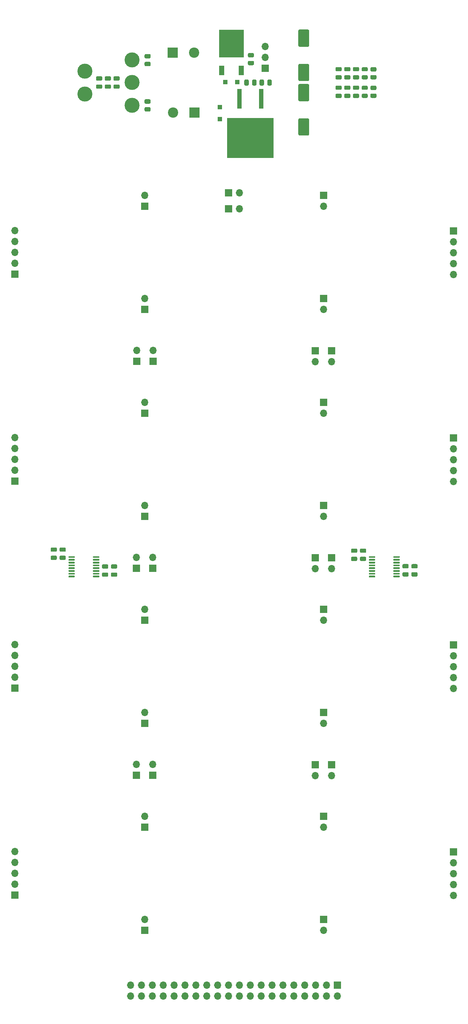
<source format=gbr>
%TF.GenerationSoftware,KiCad,Pcbnew,5.1.12-84ad8e8a86~92~ubuntu20.04.1*%
%TF.CreationDate,2022-02-17T19:09:10-05:00*%
%TF.ProjectId,emg-filter,656d672d-6669-46c7-9465-722e6b696361,rev?*%
%TF.SameCoordinates,Original*%
%TF.FileFunction,Soldermask,Top*%
%TF.FilePolarity,Negative*%
%FSLAX46Y46*%
G04 Gerber Fmt 4.6, Leading zero omitted, Abs format (unit mm)*
G04 Created by KiCad (PCBNEW 5.1.12-84ad8e8a86~92~ubuntu20.04.1) date 2022-02-17 19:09:10*
%MOMM*%
%LPD*%
G01*
G04 APERTURE LIST*
%ADD10R,1.700000X1.700000*%
%ADD11O,1.700000X1.700000*%
%ADD12R,10.800000X9.400000*%
%ADD13R,1.100000X4.600000*%
%ADD14R,5.800000X6.400000*%
%ADD15R,1.200000X2.200000*%
%ADD16C,3.500000*%
%ADD17R,1.100000X1.100000*%
%ADD18R,2.400000X2.400000*%
%ADD19C,2.400000*%
G04 APERTURE END LIST*
D10*
%TO.C,J15*%
X131624000Y-39342000D03*
D11*
X131624000Y-41882000D03*
%TD*%
D10*
%TO.C,J13*%
X131624000Y-15292000D03*
D11*
X131624000Y-17832000D03*
%TD*%
%TO.C,U4*%
G36*
G01*
X142196000Y-99679000D02*
X142196000Y-99479000D01*
G75*
G02*
X142296000Y-99379000I100000J0D01*
G01*
X143571000Y-99379000D01*
G75*
G02*
X143671000Y-99479000I0J-100000D01*
G01*
X143671000Y-99679000D01*
G75*
G02*
X143571000Y-99779000I-100000J0D01*
G01*
X142296000Y-99779000D01*
G75*
G02*
X142196000Y-99679000I0J100000D01*
G01*
G37*
G36*
G01*
X142196000Y-100329000D02*
X142196000Y-100129000D01*
G75*
G02*
X142296000Y-100029000I100000J0D01*
G01*
X143571000Y-100029000D01*
G75*
G02*
X143671000Y-100129000I0J-100000D01*
G01*
X143671000Y-100329000D01*
G75*
G02*
X143571000Y-100429000I-100000J0D01*
G01*
X142296000Y-100429000D01*
G75*
G02*
X142196000Y-100329000I0J100000D01*
G01*
G37*
G36*
G01*
X142196000Y-100979000D02*
X142196000Y-100779000D01*
G75*
G02*
X142296000Y-100679000I100000J0D01*
G01*
X143571000Y-100679000D01*
G75*
G02*
X143671000Y-100779000I0J-100000D01*
G01*
X143671000Y-100979000D01*
G75*
G02*
X143571000Y-101079000I-100000J0D01*
G01*
X142296000Y-101079000D01*
G75*
G02*
X142196000Y-100979000I0J100000D01*
G01*
G37*
G36*
G01*
X142196000Y-101629000D02*
X142196000Y-101429000D01*
G75*
G02*
X142296000Y-101329000I100000J0D01*
G01*
X143571000Y-101329000D01*
G75*
G02*
X143671000Y-101429000I0J-100000D01*
G01*
X143671000Y-101629000D01*
G75*
G02*
X143571000Y-101729000I-100000J0D01*
G01*
X142296000Y-101729000D01*
G75*
G02*
X142196000Y-101629000I0J100000D01*
G01*
G37*
G36*
G01*
X142196000Y-102279000D02*
X142196000Y-102079000D01*
G75*
G02*
X142296000Y-101979000I100000J0D01*
G01*
X143571000Y-101979000D01*
G75*
G02*
X143671000Y-102079000I0J-100000D01*
G01*
X143671000Y-102279000D01*
G75*
G02*
X143571000Y-102379000I-100000J0D01*
G01*
X142296000Y-102379000D01*
G75*
G02*
X142196000Y-102279000I0J100000D01*
G01*
G37*
G36*
G01*
X142196000Y-102929000D02*
X142196000Y-102729000D01*
G75*
G02*
X142296000Y-102629000I100000J0D01*
G01*
X143571000Y-102629000D01*
G75*
G02*
X143671000Y-102729000I0J-100000D01*
G01*
X143671000Y-102929000D01*
G75*
G02*
X143571000Y-103029000I-100000J0D01*
G01*
X142296000Y-103029000D01*
G75*
G02*
X142196000Y-102929000I0J100000D01*
G01*
G37*
G36*
G01*
X142196000Y-103579000D02*
X142196000Y-103379000D01*
G75*
G02*
X142296000Y-103279000I100000J0D01*
G01*
X143571000Y-103279000D01*
G75*
G02*
X143671000Y-103379000I0J-100000D01*
G01*
X143671000Y-103579000D01*
G75*
G02*
X143571000Y-103679000I-100000J0D01*
G01*
X142296000Y-103679000D01*
G75*
G02*
X142196000Y-103579000I0J100000D01*
G01*
G37*
G36*
G01*
X142196000Y-104229000D02*
X142196000Y-104029000D01*
G75*
G02*
X142296000Y-103929000I100000J0D01*
G01*
X143571000Y-103929000D01*
G75*
G02*
X143671000Y-104029000I0J-100000D01*
G01*
X143671000Y-104229000D01*
G75*
G02*
X143571000Y-104329000I-100000J0D01*
G01*
X142296000Y-104329000D01*
G75*
G02*
X142196000Y-104229000I0J100000D01*
G01*
G37*
G36*
G01*
X147921000Y-104229000D02*
X147921000Y-104029000D01*
G75*
G02*
X148021000Y-103929000I100000J0D01*
G01*
X149296000Y-103929000D01*
G75*
G02*
X149396000Y-104029000I0J-100000D01*
G01*
X149396000Y-104229000D01*
G75*
G02*
X149296000Y-104329000I-100000J0D01*
G01*
X148021000Y-104329000D01*
G75*
G02*
X147921000Y-104229000I0J100000D01*
G01*
G37*
G36*
G01*
X147921000Y-103579000D02*
X147921000Y-103379000D01*
G75*
G02*
X148021000Y-103279000I100000J0D01*
G01*
X149296000Y-103279000D01*
G75*
G02*
X149396000Y-103379000I0J-100000D01*
G01*
X149396000Y-103579000D01*
G75*
G02*
X149296000Y-103679000I-100000J0D01*
G01*
X148021000Y-103679000D01*
G75*
G02*
X147921000Y-103579000I0J100000D01*
G01*
G37*
G36*
G01*
X147921000Y-102929000D02*
X147921000Y-102729000D01*
G75*
G02*
X148021000Y-102629000I100000J0D01*
G01*
X149296000Y-102629000D01*
G75*
G02*
X149396000Y-102729000I0J-100000D01*
G01*
X149396000Y-102929000D01*
G75*
G02*
X149296000Y-103029000I-100000J0D01*
G01*
X148021000Y-103029000D01*
G75*
G02*
X147921000Y-102929000I0J100000D01*
G01*
G37*
G36*
G01*
X147921000Y-102279000D02*
X147921000Y-102079000D01*
G75*
G02*
X148021000Y-101979000I100000J0D01*
G01*
X149296000Y-101979000D01*
G75*
G02*
X149396000Y-102079000I0J-100000D01*
G01*
X149396000Y-102279000D01*
G75*
G02*
X149296000Y-102379000I-100000J0D01*
G01*
X148021000Y-102379000D01*
G75*
G02*
X147921000Y-102279000I0J100000D01*
G01*
G37*
G36*
G01*
X147921000Y-101629000D02*
X147921000Y-101429000D01*
G75*
G02*
X148021000Y-101329000I100000J0D01*
G01*
X149296000Y-101329000D01*
G75*
G02*
X149396000Y-101429000I0J-100000D01*
G01*
X149396000Y-101629000D01*
G75*
G02*
X149296000Y-101729000I-100000J0D01*
G01*
X148021000Y-101729000D01*
G75*
G02*
X147921000Y-101629000I0J100000D01*
G01*
G37*
G36*
G01*
X147921000Y-100979000D02*
X147921000Y-100779000D01*
G75*
G02*
X148021000Y-100679000I100000J0D01*
G01*
X149296000Y-100679000D01*
G75*
G02*
X149396000Y-100779000I0J-100000D01*
G01*
X149396000Y-100979000D01*
G75*
G02*
X149296000Y-101079000I-100000J0D01*
G01*
X148021000Y-101079000D01*
G75*
G02*
X147921000Y-100979000I0J100000D01*
G01*
G37*
G36*
G01*
X147921000Y-100329000D02*
X147921000Y-100129000D01*
G75*
G02*
X148021000Y-100029000I100000J0D01*
G01*
X149296000Y-100029000D01*
G75*
G02*
X149396000Y-100129000I0J-100000D01*
G01*
X149396000Y-100329000D01*
G75*
G02*
X149296000Y-100429000I-100000J0D01*
G01*
X148021000Y-100429000D01*
G75*
G02*
X147921000Y-100329000I0J100000D01*
G01*
G37*
G36*
G01*
X147921000Y-99679000D02*
X147921000Y-99479000D01*
G75*
G02*
X148021000Y-99379000I100000J0D01*
G01*
X149296000Y-99379000D01*
G75*
G02*
X149396000Y-99479000I0J-100000D01*
G01*
X149396000Y-99679000D01*
G75*
G02*
X149296000Y-99779000I-100000J0D01*
G01*
X148021000Y-99779000D01*
G75*
G02*
X147921000Y-99679000I0J100000D01*
G01*
G37*
%TD*%
%TO.C,U3*%
G36*
G01*
X72084000Y-99683000D02*
X72084000Y-99483000D01*
G75*
G02*
X72184000Y-99383000I100000J0D01*
G01*
X73459000Y-99383000D01*
G75*
G02*
X73559000Y-99483000I0J-100000D01*
G01*
X73559000Y-99683000D01*
G75*
G02*
X73459000Y-99783000I-100000J0D01*
G01*
X72184000Y-99783000D01*
G75*
G02*
X72084000Y-99683000I0J100000D01*
G01*
G37*
G36*
G01*
X72084000Y-100333000D02*
X72084000Y-100133000D01*
G75*
G02*
X72184000Y-100033000I100000J0D01*
G01*
X73459000Y-100033000D01*
G75*
G02*
X73559000Y-100133000I0J-100000D01*
G01*
X73559000Y-100333000D01*
G75*
G02*
X73459000Y-100433000I-100000J0D01*
G01*
X72184000Y-100433000D01*
G75*
G02*
X72084000Y-100333000I0J100000D01*
G01*
G37*
G36*
G01*
X72084000Y-100983000D02*
X72084000Y-100783000D01*
G75*
G02*
X72184000Y-100683000I100000J0D01*
G01*
X73459000Y-100683000D01*
G75*
G02*
X73559000Y-100783000I0J-100000D01*
G01*
X73559000Y-100983000D01*
G75*
G02*
X73459000Y-101083000I-100000J0D01*
G01*
X72184000Y-101083000D01*
G75*
G02*
X72084000Y-100983000I0J100000D01*
G01*
G37*
G36*
G01*
X72084000Y-101633000D02*
X72084000Y-101433000D01*
G75*
G02*
X72184000Y-101333000I100000J0D01*
G01*
X73459000Y-101333000D01*
G75*
G02*
X73559000Y-101433000I0J-100000D01*
G01*
X73559000Y-101633000D01*
G75*
G02*
X73459000Y-101733000I-100000J0D01*
G01*
X72184000Y-101733000D01*
G75*
G02*
X72084000Y-101633000I0J100000D01*
G01*
G37*
G36*
G01*
X72084000Y-102283000D02*
X72084000Y-102083000D01*
G75*
G02*
X72184000Y-101983000I100000J0D01*
G01*
X73459000Y-101983000D01*
G75*
G02*
X73559000Y-102083000I0J-100000D01*
G01*
X73559000Y-102283000D01*
G75*
G02*
X73459000Y-102383000I-100000J0D01*
G01*
X72184000Y-102383000D01*
G75*
G02*
X72084000Y-102283000I0J100000D01*
G01*
G37*
G36*
G01*
X72084000Y-102933000D02*
X72084000Y-102733000D01*
G75*
G02*
X72184000Y-102633000I100000J0D01*
G01*
X73459000Y-102633000D01*
G75*
G02*
X73559000Y-102733000I0J-100000D01*
G01*
X73559000Y-102933000D01*
G75*
G02*
X73459000Y-103033000I-100000J0D01*
G01*
X72184000Y-103033000D01*
G75*
G02*
X72084000Y-102933000I0J100000D01*
G01*
G37*
G36*
G01*
X72084000Y-103583000D02*
X72084000Y-103383000D01*
G75*
G02*
X72184000Y-103283000I100000J0D01*
G01*
X73459000Y-103283000D01*
G75*
G02*
X73559000Y-103383000I0J-100000D01*
G01*
X73559000Y-103583000D01*
G75*
G02*
X73459000Y-103683000I-100000J0D01*
G01*
X72184000Y-103683000D01*
G75*
G02*
X72084000Y-103583000I0J100000D01*
G01*
G37*
G36*
G01*
X72084000Y-104233000D02*
X72084000Y-104033000D01*
G75*
G02*
X72184000Y-103933000I100000J0D01*
G01*
X73459000Y-103933000D01*
G75*
G02*
X73559000Y-104033000I0J-100000D01*
G01*
X73559000Y-104233000D01*
G75*
G02*
X73459000Y-104333000I-100000J0D01*
G01*
X72184000Y-104333000D01*
G75*
G02*
X72084000Y-104233000I0J100000D01*
G01*
G37*
G36*
G01*
X77809000Y-104233000D02*
X77809000Y-104033000D01*
G75*
G02*
X77909000Y-103933000I100000J0D01*
G01*
X79184000Y-103933000D01*
G75*
G02*
X79284000Y-104033000I0J-100000D01*
G01*
X79284000Y-104233000D01*
G75*
G02*
X79184000Y-104333000I-100000J0D01*
G01*
X77909000Y-104333000D01*
G75*
G02*
X77809000Y-104233000I0J100000D01*
G01*
G37*
G36*
G01*
X77809000Y-103583000D02*
X77809000Y-103383000D01*
G75*
G02*
X77909000Y-103283000I100000J0D01*
G01*
X79184000Y-103283000D01*
G75*
G02*
X79284000Y-103383000I0J-100000D01*
G01*
X79284000Y-103583000D01*
G75*
G02*
X79184000Y-103683000I-100000J0D01*
G01*
X77909000Y-103683000D01*
G75*
G02*
X77809000Y-103583000I0J100000D01*
G01*
G37*
G36*
G01*
X77809000Y-102933000D02*
X77809000Y-102733000D01*
G75*
G02*
X77909000Y-102633000I100000J0D01*
G01*
X79184000Y-102633000D01*
G75*
G02*
X79284000Y-102733000I0J-100000D01*
G01*
X79284000Y-102933000D01*
G75*
G02*
X79184000Y-103033000I-100000J0D01*
G01*
X77909000Y-103033000D01*
G75*
G02*
X77809000Y-102933000I0J100000D01*
G01*
G37*
G36*
G01*
X77809000Y-102283000D02*
X77809000Y-102083000D01*
G75*
G02*
X77909000Y-101983000I100000J0D01*
G01*
X79184000Y-101983000D01*
G75*
G02*
X79284000Y-102083000I0J-100000D01*
G01*
X79284000Y-102283000D01*
G75*
G02*
X79184000Y-102383000I-100000J0D01*
G01*
X77909000Y-102383000D01*
G75*
G02*
X77809000Y-102283000I0J100000D01*
G01*
G37*
G36*
G01*
X77809000Y-101633000D02*
X77809000Y-101433000D01*
G75*
G02*
X77909000Y-101333000I100000J0D01*
G01*
X79184000Y-101333000D01*
G75*
G02*
X79284000Y-101433000I0J-100000D01*
G01*
X79284000Y-101633000D01*
G75*
G02*
X79184000Y-101733000I-100000J0D01*
G01*
X77909000Y-101733000D01*
G75*
G02*
X77809000Y-101633000I0J100000D01*
G01*
G37*
G36*
G01*
X77809000Y-100983000D02*
X77809000Y-100783000D01*
G75*
G02*
X77909000Y-100683000I100000J0D01*
G01*
X79184000Y-100683000D01*
G75*
G02*
X79284000Y-100783000I0J-100000D01*
G01*
X79284000Y-100983000D01*
G75*
G02*
X79184000Y-101083000I-100000J0D01*
G01*
X77909000Y-101083000D01*
G75*
G02*
X77809000Y-100983000I0J100000D01*
G01*
G37*
G36*
G01*
X77809000Y-100333000D02*
X77809000Y-100133000D01*
G75*
G02*
X77909000Y-100033000I100000J0D01*
G01*
X79184000Y-100033000D01*
G75*
G02*
X79284000Y-100133000I0J-100000D01*
G01*
X79284000Y-100333000D01*
G75*
G02*
X79184000Y-100433000I-100000J0D01*
G01*
X77909000Y-100433000D01*
G75*
G02*
X77809000Y-100333000I0J100000D01*
G01*
G37*
G36*
G01*
X77809000Y-99683000D02*
X77809000Y-99483000D01*
G75*
G02*
X77909000Y-99383000I100000J0D01*
G01*
X79184000Y-99383000D01*
G75*
G02*
X79284000Y-99483000I0J-100000D01*
G01*
X79284000Y-99683000D01*
G75*
G02*
X79184000Y-99783000I-100000J0D01*
G01*
X77909000Y-99783000D01*
G75*
G02*
X77809000Y-99683000I0J100000D01*
G01*
G37*
%TD*%
D12*
%TO.C,U2*%
X114554000Y-1851000D03*
D13*
X112014000Y7299000D03*
X117094000Y7299000D03*
%TD*%
D14*
%TO.C,U1*%
X110109000Y20134000D03*
D15*
X112389000Y13834000D03*
X107829000Y13834000D03*
%TD*%
D10*
%TO.C,RV1*%
X117983000Y14351000D03*
D11*
X117983000Y16891000D03*
X117983000Y19431000D03*
%TD*%
%TO.C,R7*%
G36*
G01*
X142805998Y10315000D02*
X143706002Y10315000D01*
G75*
G02*
X143956000Y10065002I0J-249998D01*
G01*
X143956000Y9539998D01*
G75*
G02*
X143706002Y9290000I-249998J0D01*
G01*
X142805998Y9290000D01*
G75*
G02*
X142556000Y9539998I0J249998D01*
G01*
X142556000Y10065002D01*
G75*
G02*
X142805998Y10315000I249998J0D01*
G01*
G37*
G36*
G01*
X142805998Y8490000D02*
X143706002Y8490000D01*
G75*
G02*
X143956000Y8240002I0J-249998D01*
G01*
X143956000Y7714998D01*
G75*
G02*
X143706002Y7465000I-249998J0D01*
G01*
X142805998Y7465000D01*
G75*
G02*
X142556000Y7714998I0J249998D01*
G01*
X142556000Y8240002D01*
G75*
G02*
X142805998Y8490000I249998J0D01*
G01*
G37*
%TD*%
%TO.C,R6*%
G36*
G01*
X114154000Y11499002D02*
X114154000Y10598998D01*
G75*
G02*
X113904002Y10349000I-249998J0D01*
G01*
X113378998Y10349000D01*
G75*
G02*
X113129000Y10598998I0J249998D01*
G01*
X113129000Y11499002D01*
G75*
G02*
X113378998Y11749000I249998J0D01*
G01*
X113904002Y11749000D01*
G75*
G02*
X114154000Y11499002I0J-249998D01*
G01*
G37*
G36*
G01*
X115979000Y11499002D02*
X115979000Y10598998D01*
G75*
G02*
X115729002Y10349000I-249998J0D01*
G01*
X115203998Y10349000D01*
G75*
G02*
X114954000Y10598998I0J249998D01*
G01*
X114954000Y11499002D01*
G75*
G02*
X115203998Y11749000I249998J0D01*
G01*
X115729002Y11749000D01*
G75*
G02*
X115979000Y11499002I0J-249998D01*
G01*
G37*
%TD*%
%TO.C,R5*%
G36*
G01*
X119535000Y11499002D02*
X119535000Y10598998D01*
G75*
G02*
X119285002Y10349000I-249998J0D01*
G01*
X118759998Y10349000D01*
G75*
G02*
X118510000Y10598998I0J249998D01*
G01*
X118510000Y11499002D01*
G75*
G02*
X118759998Y11749000I249998J0D01*
G01*
X119285002Y11749000D01*
G75*
G02*
X119535000Y11499002I0J-249998D01*
G01*
G37*
G36*
G01*
X117710000Y11499002D02*
X117710000Y10598998D01*
G75*
G02*
X117460002Y10349000I-249998J0D01*
G01*
X116934998Y10349000D01*
G75*
G02*
X116685000Y10598998I0J249998D01*
G01*
X116685000Y11499002D01*
G75*
G02*
X116934998Y11749000I249998J0D01*
G01*
X117460002Y11749000D01*
G75*
G02*
X117710000Y11499002I0J-249998D01*
G01*
G37*
%TD*%
%TO.C,R4*%
G36*
G01*
X90100998Y7140000D02*
X91001002Y7140000D01*
G75*
G02*
X91251000Y6890002I0J-249998D01*
G01*
X91251000Y6364998D01*
G75*
G02*
X91001002Y6115000I-249998J0D01*
G01*
X90100998Y6115000D01*
G75*
G02*
X89851000Y6364998I0J249998D01*
G01*
X89851000Y6890002D01*
G75*
G02*
X90100998Y7140000I249998J0D01*
G01*
G37*
G36*
G01*
X90100998Y5315000D02*
X91001002Y5315000D01*
G75*
G02*
X91251000Y5065002I0J-249998D01*
G01*
X91251000Y4539998D01*
G75*
G02*
X91001002Y4290000I-249998J0D01*
G01*
X90100998Y4290000D01*
G75*
G02*
X89851000Y4539998I0J249998D01*
G01*
X89851000Y5065002D01*
G75*
G02*
X90100998Y5315000I249998J0D01*
G01*
G37*
%TD*%
%TO.C,R3*%
G36*
G01*
X142805998Y14633000D02*
X143706002Y14633000D01*
G75*
G02*
X143956000Y14383002I0J-249998D01*
G01*
X143956000Y13857998D01*
G75*
G02*
X143706002Y13608000I-249998J0D01*
G01*
X142805998Y13608000D01*
G75*
G02*
X142556000Y13857998I0J249998D01*
G01*
X142556000Y14383002D01*
G75*
G02*
X142805998Y14633000I249998J0D01*
G01*
G37*
G36*
G01*
X142805998Y12808000D02*
X143706002Y12808000D01*
G75*
G02*
X143956000Y12558002I0J-249998D01*
G01*
X143956000Y12032998D01*
G75*
G02*
X143706002Y11783000I-249998J0D01*
G01*
X142805998Y11783000D01*
G75*
G02*
X142556000Y12032998I0J249998D01*
G01*
X142556000Y12558002D01*
G75*
G02*
X142805998Y12808000I249998J0D01*
G01*
G37*
%TD*%
%TO.C,R2*%
G36*
G01*
X90100998Y17704500D02*
X91001002Y17704500D01*
G75*
G02*
X91251000Y17454502I0J-249998D01*
G01*
X91251000Y16929498D01*
G75*
G02*
X91001002Y16679500I-249998J0D01*
G01*
X90100998Y16679500D01*
G75*
G02*
X89851000Y16929498I0J249998D01*
G01*
X89851000Y17454502D01*
G75*
G02*
X90100998Y17704500I249998J0D01*
G01*
G37*
G36*
G01*
X90100998Y15879500D02*
X91001002Y15879500D01*
G75*
G02*
X91251000Y15629502I0J-249998D01*
G01*
X91251000Y15104498D01*
G75*
G02*
X91001002Y14854500I-249998J0D01*
G01*
X90100998Y14854500D01*
G75*
G02*
X89851000Y15104498I0J249998D01*
G01*
X89851000Y15629502D01*
G75*
G02*
X90100998Y15879500I249998J0D01*
G01*
G37*
%TD*%
%TO.C,R1*%
G36*
G01*
X115131002Y15085000D02*
X114230998Y15085000D01*
G75*
G02*
X113981000Y15334998I0J249998D01*
G01*
X113981000Y15860002D01*
G75*
G02*
X114230998Y16110000I249998J0D01*
G01*
X115131002Y16110000D01*
G75*
G02*
X115381000Y15860002I0J-249998D01*
G01*
X115381000Y15334998D01*
G75*
G02*
X115131002Y15085000I-249998J0D01*
G01*
G37*
G36*
G01*
X115131002Y16910000D02*
X114230998Y16910000D01*
G75*
G02*
X113981000Y17159998I0J249998D01*
G01*
X113981000Y17685002D01*
G75*
G02*
X114230998Y17935000I249998J0D01*
G01*
X115131002Y17935000D01*
G75*
G02*
X115381000Y17685002I0J-249998D01*
G01*
X115381000Y17159998D01*
G75*
G02*
X115131002Y16910000I-249998J0D01*
G01*
G37*
%TD*%
%TO.C,J41*%
X133524000Y-150552000D03*
D10*
X133524000Y-148012000D03*
%TD*%
D11*
%TO.C,J40*%
X129724000Y-150552000D03*
D10*
X129724000Y-148012000D03*
%TD*%
%TO.C,J39*%
X133524000Y-99752000D03*
D11*
X133524000Y-102292000D03*
%TD*%
D10*
%TO.C,J38*%
X129724000Y-99752000D03*
D11*
X129724000Y-102292000D03*
%TD*%
D10*
%TO.C,J37*%
X133524000Y-51492000D03*
D11*
X133524000Y-54032000D03*
%TD*%
D10*
%TO.C,J36*%
X129724000Y-51492000D03*
D11*
X129724000Y-54032000D03*
%TD*%
D10*
%TO.C,J35*%
X109474000Y-14657000D03*
D11*
X112014000Y-14657000D03*
%TD*%
D10*
%TO.C,J34*%
X109474000Y-18415000D03*
D11*
X112014000Y-18415000D03*
%TD*%
D10*
%TO.C,J33*%
X91814000Y-53908000D03*
D11*
X91814000Y-51368000D03*
%TD*%
D10*
%TO.C,J32*%
X88064000Y-53908000D03*
D11*
X88064000Y-51368000D03*
%TD*%
D10*
%TO.C,J31*%
X91764000Y-102178000D03*
D11*
X91764000Y-99638000D03*
%TD*%
%TO.C,J30*%
X87964000Y-99638000D03*
D10*
X87964000Y-102178000D03*
%TD*%
%TO.C,J29*%
X91764000Y-150438000D03*
D11*
X91764000Y-147898000D03*
%TD*%
D10*
%TO.C,J28*%
X87964000Y-150438000D03*
D11*
X87964000Y-147898000D03*
%TD*%
%TO.C,J27*%
X131624000Y-186662000D03*
D10*
X131624000Y-184122000D03*
%TD*%
D11*
%TO.C,J26*%
X161924000Y-178452000D03*
X161924000Y-175912000D03*
X161924000Y-173372000D03*
X161924000Y-170832000D03*
D10*
X161924000Y-168292000D03*
%TD*%
%TO.C,J25*%
X131624000Y-160072000D03*
D11*
X131624000Y-162612000D03*
%TD*%
D10*
%TO.C,J24*%
X131624000Y-135862000D03*
D11*
X131624000Y-138402000D03*
%TD*%
D10*
%TO.C,J23*%
X161924000Y-120032000D03*
D11*
X161924000Y-122572000D03*
X161924000Y-125112000D03*
X161924000Y-127652000D03*
X161924000Y-130192000D03*
%TD*%
D10*
%TO.C,J22*%
X131624000Y-111812000D03*
D11*
X131624000Y-114352000D03*
%TD*%
%TO.C,J21*%
X131624000Y-90142000D03*
D10*
X131624000Y-87602000D03*
%TD*%
D11*
%TO.C,J20*%
X161924000Y-81932000D03*
X161924000Y-79392000D03*
X161924000Y-76852000D03*
X161924000Y-74312000D03*
D10*
X161924000Y-71772000D03*
%TD*%
D11*
%TO.C,J19*%
X131624000Y-66092000D03*
D10*
X131624000Y-63552000D03*
%TD*%
%TO.C,J18*%
X89864000Y-17808000D03*
D11*
X89864000Y-15268000D03*
%TD*%
D10*
%TO.C,J17*%
X59564000Y-33638000D03*
D11*
X59564000Y-31098000D03*
X59564000Y-28558000D03*
X59564000Y-26018000D03*
X59564000Y-23478000D03*
%TD*%
D10*
%TO.C,J16*%
X89864000Y-41858000D03*
D11*
X89864000Y-39318000D03*
%TD*%
D10*
%TO.C,J14*%
X161924000Y-23512000D03*
D11*
X161924000Y-26052000D03*
X161924000Y-28592000D03*
X161924000Y-31132000D03*
X161924000Y-33672000D03*
%TD*%
%TO.C,J12*%
X89864000Y-63528000D03*
D10*
X89864000Y-66068000D03*
%TD*%
D11*
%TO.C,J11*%
X59564000Y-71738000D03*
X59564000Y-74278000D03*
X59564000Y-76818000D03*
X59564000Y-79358000D03*
D10*
X59564000Y-81898000D03*
%TD*%
D11*
%TO.C,J10*%
X89864000Y-87578000D03*
D10*
X89864000Y-90118000D03*
%TD*%
D11*
%TO.C,J9*%
X89864000Y-160048000D03*
D10*
X89864000Y-162588000D03*
%TD*%
D11*
%TO.C,J8*%
X59564000Y-168258000D03*
X59564000Y-170798000D03*
X59564000Y-173338000D03*
X59564000Y-175878000D03*
D10*
X59564000Y-178418000D03*
%TD*%
%TO.C,J7*%
X89864000Y-186638000D03*
D11*
X89864000Y-184098000D03*
%TD*%
D10*
%TO.C,J6*%
X89864000Y-114328000D03*
D11*
X89864000Y-111788000D03*
%TD*%
%TO.C,J5*%
X59564000Y-119998000D03*
X59564000Y-122538000D03*
X59564000Y-125078000D03*
X59564000Y-127618000D03*
D10*
X59564000Y-130158000D03*
%TD*%
%TO.C,J4*%
X89864000Y-138378000D03*
D11*
X89864000Y-135838000D03*
%TD*%
%TO.C,J3*%
X86614000Y-201930000D03*
X86614000Y-199390000D03*
X89154000Y-201930000D03*
X89154000Y-199390000D03*
X91694000Y-201930000D03*
X91694000Y-199390000D03*
X94234000Y-201930000D03*
X94234000Y-199390000D03*
X96774000Y-201930000D03*
X96774000Y-199390000D03*
X99314000Y-201930000D03*
X99314000Y-199390000D03*
X101854000Y-201930000D03*
X101854000Y-199390000D03*
X104394000Y-201930000D03*
X104394000Y-199390000D03*
X106934000Y-201930000D03*
X106934000Y-199390000D03*
X109474000Y-201930000D03*
X109474000Y-199390000D03*
X112014000Y-201930000D03*
X112014000Y-199390000D03*
X114554000Y-201930000D03*
X114554000Y-199390000D03*
X117094000Y-201930000D03*
X117094000Y-199390000D03*
X119634000Y-201930000D03*
X119634000Y-199390000D03*
X122174000Y-201930000D03*
X122174000Y-199390000D03*
X124714000Y-201930000D03*
X124714000Y-199390000D03*
X127254000Y-201930000D03*
X127254000Y-199390000D03*
X129794000Y-201930000D03*
X129794000Y-199390000D03*
X132334000Y-201930000D03*
X132334000Y-199390000D03*
X134874000Y-201930000D03*
D10*
X134874000Y-199390000D03*
%TD*%
D16*
%TO.C,J2*%
X86916917Y16324000D03*
X86916917Y11049000D03*
X86916917Y5774000D03*
%TD*%
%TO.C,J1*%
X75946000Y8382000D03*
X75946000Y13682000D03*
%TD*%
D17*
%TO.C,D4*%
X107442000Y5337000D03*
X107442000Y2537000D03*
%TD*%
%TO.C,D3*%
G36*
G01*
X141680250Y7465000D02*
X140767750Y7465000D01*
G75*
G02*
X140524000Y7708750I0J243750D01*
G01*
X140524000Y8196250D01*
G75*
G02*
X140767750Y8440000I243750J0D01*
G01*
X141680250Y8440000D01*
G75*
G02*
X141924000Y8196250I0J-243750D01*
G01*
X141924000Y7708750D01*
G75*
G02*
X141680250Y7465000I-243750J0D01*
G01*
G37*
G36*
G01*
X141680250Y9340000D02*
X140767750Y9340000D01*
G75*
G02*
X140524000Y9583750I0J243750D01*
G01*
X140524000Y10071250D01*
G75*
G02*
X140767750Y10315000I243750J0D01*
G01*
X141680250Y10315000D01*
G75*
G02*
X141924000Y10071250I0J-243750D01*
G01*
X141924000Y9583750D01*
G75*
G02*
X141680250Y9340000I-243750J0D01*
G01*
G37*
%TD*%
%TO.C,D2*%
G36*
G01*
X141680250Y11783000D02*
X140767750Y11783000D01*
G75*
G02*
X140524000Y12026750I0J243750D01*
G01*
X140524000Y12514250D01*
G75*
G02*
X140767750Y12758000I243750J0D01*
G01*
X141680250Y12758000D01*
G75*
G02*
X141924000Y12514250I0J-243750D01*
G01*
X141924000Y12026750D01*
G75*
G02*
X141680250Y11783000I-243750J0D01*
G01*
G37*
G36*
G01*
X141680250Y13658000D02*
X140767750Y13658000D01*
G75*
G02*
X140524000Y13901750I0J243750D01*
G01*
X140524000Y14389250D01*
G75*
G02*
X140767750Y14633000I243750J0D01*
G01*
X141680250Y14633000D01*
G75*
G02*
X141924000Y14389250I0J-243750D01*
G01*
X141924000Y13901750D01*
G75*
G02*
X141680250Y13658000I-243750J0D01*
G01*
G37*
%TD*%
%TO.C,D1*%
X108709000Y11176000D03*
X111509000Y11176000D03*
%TD*%
%TO.C,C21*%
G36*
G01*
X152364000Y-103129500D02*
X153314000Y-103129500D01*
G75*
G02*
X153564000Y-103379500I0J-250000D01*
G01*
X153564000Y-103879500D01*
G75*
G02*
X153314000Y-104129500I-250000J0D01*
G01*
X152364000Y-104129500D01*
G75*
G02*
X152114000Y-103879500I0J250000D01*
G01*
X152114000Y-103379500D01*
G75*
G02*
X152364000Y-103129500I250000J0D01*
G01*
G37*
G36*
G01*
X152364000Y-101229500D02*
X153314000Y-101229500D01*
G75*
G02*
X153564000Y-101479500I0J-250000D01*
G01*
X153564000Y-101979500D01*
G75*
G02*
X153314000Y-102229500I-250000J0D01*
G01*
X152364000Y-102229500D01*
G75*
G02*
X152114000Y-101979500I0J250000D01*
G01*
X152114000Y-101479500D01*
G75*
G02*
X152364000Y-101229500I250000J0D01*
G01*
G37*
%TD*%
%TO.C,C20*%
G36*
G01*
X150274000Y-101229500D02*
X151224000Y-101229500D01*
G75*
G02*
X151474000Y-101479500I0J-250000D01*
G01*
X151474000Y-101979500D01*
G75*
G02*
X151224000Y-102229500I-250000J0D01*
G01*
X150274000Y-102229500D01*
G75*
G02*
X150024000Y-101979500I0J250000D01*
G01*
X150024000Y-101479500D01*
G75*
G02*
X150274000Y-101229500I250000J0D01*
G01*
G37*
G36*
G01*
X150274000Y-103129500D02*
X151224000Y-103129500D01*
G75*
G02*
X151474000Y-103379500I0J-250000D01*
G01*
X151474000Y-103879500D01*
G75*
G02*
X151224000Y-104129500I-250000J0D01*
G01*
X150274000Y-104129500D01*
G75*
G02*
X150024000Y-103879500I0J250000D01*
G01*
X150024000Y-103379500D01*
G75*
G02*
X150274000Y-103129500I250000J0D01*
G01*
G37*
%TD*%
%TO.C,C19*%
G36*
G01*
X139228000Y-98610000D02*
X138278000Y-98610000D01*
G75*
G02*
X138028000Y-98360000I0J250000D01*
G01*
X138028000Y-97860000D01*
G75*
G02*
X138278000Y-97610000I250000J0D01*
G01*
X139228000Y-97610000D01*
G75*
G02*
X139478000Y-97860000I0J-250000D01*
G01*
X139478000Y-98360000D01*
G75*
G02*
X139228000Y-98610000I-250000J0D01*
G01*
G37*
G36*
G01*
X139228000Y-100510000D02*
X138278000Y-100510000D01*
G75*
G02*
X138028000Y-100260000I0J250000D01*
G01*
X138028000Y-99760000D01*
G75*
G02*
X138278000Y-99510000I250000J0D01*
G01*
X139228000Y-99510000D01*
G75*
G02*
X139478000Y-99760000I0J-250000D01*
G01*
X139478000Y-100260000D01*
G75*
G02*
X139228000Y-100510000I-250000J0D01*
G01*
G37*
%TD*%
%TO.C,C18*%
G36*
G01*
X69124000Y-98356000D02*
X68174000Y-98356000D01*
G75*
G02*
X67924000Y-98106000I0J250000D01*
G01*
X67924000Y-97606000D01*
G75*
G02*
X68174000Y-97356000I250000J0D01*
G01*
X69124000Y-97356000D01*
G75*
G02*
X69374000Y-97606000I0J-250000D01*
G01*
X69374000Y-98106000D01*
G75*
G02*
X69124000Y-98356000I-250000J0D01*
G01*
G37*
G36*
G01*
X69124000Y-100256000D02*
X68174000Y-100256000D01*
G75*
G02*
X67924000Y-100006000I0J250000D01*
G01*
X67924000Y-99506000D01*
G75*
G02*
X68174000Y-99256000I250000J0D01*
G01*
X69124000Y-99256000D01*
G75*
G02*
X69374000Y-99506000I0J-250000D01*
G01*
X69374000Y-100006000D01*
G75*
G02*
X69124000Y-100256000I-250000J0D01*
G01*
G37*
%TD*%
%TO.C,C17*%
G36*
G01*
X82260000Y-101293000D02*
X83210000Y-101293000D01*
G75*
G02*
X83460000Y-101543000I0J-250000D01*
G01*
X83460000Y-102043000D01*
G75*
G02*
X83210000Y-102293000I-250000J0D01*
G01*
X82260000Y-102293000D01*
G75*
G02*
X82010000Y-102043000I0J250000D01*
G01*
X82010000Y-101543000D01*
G75*
G02*
X82260000Y-101293000I250000J0D01*
G01*
G37*
G36*
G01*
X82260000Y-103193000D02*
X83210000Y-103193000D01*
G75*
G02*
X83460000Y-103443000I0J-250000D01*
G01*
X83460000Y-103943000D01*
G75*
G02*
X83210000Y-104193000I-250000J0D01*
G01*
X82260000Y-104193000D01*
G75*
G02*
X82010000Y-103943000I0J250000D01*
G01*
X82010000Y-103443000D01*
G75*
G02*
X82260000Y-103193000I250000J0D01*
G01*
G37*
%TD*%
%TO.C,C16*%
G36*
G01*
X80170000Y-101293000D02*
X81120000Y-101293000D01*
G75*
G02*
X81370000Y-101543000I0J-250000D01*
G01*
X81370000Y-102043000D01*
G75*
G02*
X81120000Y-102293000I-250000J0D01*
G01*
X80170000Y-102293000D01*
G75*
G02*
X79920000Y-102043000I0J250000D01*
G01*
X79920000Y-101543000D01*
G75*
G02*
X80170000Y-101293000I250000J0D01*
G01*
G37*
G36*
G01*
X80170000Y-103193000D02*
X81120000Y-103193000D01*
G75*
G02*
X81370000Y-103443000I0J-250000D01*
G01*
X81370000Y-103943000D01*
G75*
G02*
X81120000Y-104193000I-250000J0D01*
G01*
X80170000Y-104193000D01*
G75*
G02*
X79920000Y-103943000I0J250000D01*
G01*
X79920000Y-103443000D01*
G75*
G02*
X80170000Y-103193000I250000J0D01*
G01*
G37*
%TD*%
%TO.C,C15*%
G36*
G01*
X141318000Y-98610000D02*
X140368000Y-98610000D01*
G75*
G02*
X140118000Y-98360000I0J250000D01*
G01*
X140118000Y-97860000D01*
G75*
G02*
X140368000Y-97610000I250000J0D01*
G01*
X141318000Y-97610000D01*
G75*
G02*
X141568000Y-97860000I0J-250000D01*
G01*
X141568000Y-98360000D01*
G75*
G02*
X141318000Y-98610000I-250000J0D01*
G01*
G37*
G36*
G01*
X141318000Y-100510000D02*
X140368000Y-100510000D01*
G75*
G02*
X140118000Y-100260000I0J250000D01*
G01*
X140118000Y-99760000D01*
G75*
G02*
X140368000Y-99510000I250000J0D01*
G01*
X141318000Y-99510000D01*
G75*
G02*
X141568000Y-99760000I0J-250000D01*
G01*
X141568000Y-100260000D01*
G75*
G02*
X141318000Y-100510000I-250000J0D01*
G01*
G37*
%TD*%
%TO.C,C14*%
G36*
G01*
X71214000Y-98356000D02*
X70264000Y-98356000D01*
G75*
G02*
X70014000Y-98106000I0J250000D01*
G01*
X70014000Y-97606000D01*
G75*
G02*
X70264000Y-97356000I250000J0D01*
G01*
X71214000Y-97356000D01*
G75*
G02*
X71464000Y-97606000I0J-250000D01*
G01*
X71464000Y-98106000D01*
G75*
G02*
X71214000Y-98356000I-250000J0D01*
G01*
G37*
G36*
G01*
X71214000Y-100256000D02*
X70264000Y-100256000D01*
G75*
G02*
X70014000Y-100006000I0J250000D01*
G01*
X70014000Y-99506000D01*
G75*
G02*
X70264000Y-99256000I250000J0D01*
G01*
X71214000Y-99256000D01*
G75*
G02*
X71464000Y-99506000I0J-250000D01*
G01*
X71464000Y-100006000D01*
G75*
G02*
X71214000Y-100256000I-250000J0D01*
G01*
G37*
%TD*%
%TO.C,C13*%
G36*
G01*
X136685000Y10340000D02*
X137635000Y10340000D01*
G75*
G02*
X137885000Y10090000I0J-250000D01*
G01*
X137885000Y9590000D01*
G75*
G02*
X137635000Y9340000I-250000J0D01*
G01*
X136685000Y9340000D01*
G75*
G02*
X136435000Y9590000I0J250000D01*
G01*
X136435000Y10090000D01*
G75*
G02*
X136685000Y10340000I250000J0D01*
G01*
G37*
G36*
G01*
X136685000Y8440000D02*
X137635000Y8440000D01*
G75*
G02*
X137885000Y8190000I0J-250000D01*
G01*
X137885000Y7690000D01*
G75*
G02*
X137635000Y7440000I-250000J0D01*
G01*
X136685000Y7440000D01*
G75*
G02*
X136435000Y7690000I0J250000D01*
G01*
X136435000Y8190000D01*
G75*
G02*
X136685000Y8440000I250000J0D01*
G01*
G37*
%TD*%
%TO.C,C12*%
G36*
G01*
X134653000Y10340000D02*
X135603000Y10340000D01*
G75*
G02*
X135853000Y10090000I0J-250000D01*
G01*
X135853000Y9590000D01*
G75*
G02*
X135603000Y9340000I-250000J0D01*
G01*
X134653000Y9340000D01*
G75*
G02*
X134403000Y9590000I0J250000D01*
G01*
X134403000Y10090000D01*
G75*
G02*
X134653000Y10340000I250000J0D01*
G01*
G37*
G36*
G01*
X134653000Y8440000D02*
X135603000Y8440000D01*
G75*
G02*
X135853000Y8190000I0J-250000D01*
G01*
X135853000Y7690000D01*
G75*
G02*
X135603000Y7440000I-250000J0D01*
G01*
X134653000Y7440000D01*
G75*
G02*
X134403000Y7690000I0J250000D01*
G01*
X134403000Y8190000D01*
G75*
G02*
X134653000Y8440000I250000J0D01*
G01*
G37*
%TD*%
%TO.C,C11*%
G36*
G01*
X138717000Y10340000D02*
X139667000Y10340000D01*
G75*
G02*
X139917000Y10090000I0J-250000D01*
G01*
X139917000Y9590000D01*
G75*
G02*
X139667000Y9340000I-250000J0D01*
G01*
X138717000Y9340000D01*
G75*
G02*
X138467000Y9590000I0J250000D01*
G01*
X138467000Y10090000D01*
G75*
G02*
X138717000Y10340000I250000J0D01*
G01*
G37*
G36*
G01*
X138717000Y8440000D02*
X139667000Y8440000D01*
G75*
G02*
X139917000Y8190000I0J-250000D01*
G01*
X139917000Y7690000D01*
G75*
G02*
X139667000Y7440000I-250000J0D01*
G01*
X138717000Y7440000D01*
G75*
G02*
X138467000Y7690000I0J250000D01*
G01*
X138467000Y8190000D01*
G75*
G02*
X138717000Y8440000I250000J0D01*
G01*
G37*
%TD*%
%TO.C,C10*%
G36*
G01*
X126000000Y10699000D02*
X128000000Y10699000D01*
G75*
G02*
X128250000Y10449000I0J-250000D01*
G01*
X128250000Y6949000D01*
G75*
G02*
X128000000Y6699000I-250000J0D01*
G01*
X126000000Y6699000D01*
G75*
G02*
X125750000Y6949000I0J250000D01*
G01*
X125750000Y10449000D01*
G75*
G02*
X126000000Y10699000I250000J0D01*
G01*
G37*
G36*
G01*
X126000000Y2699000D02*
X128000000Y2699000D01*
G75*
G02*
X128250000Y2449000I0J-250000D01*
G01*
X128250000Y-1051000D01*
G75*
G02*
X128000000Y-1301000I-250000J0D01*
G01*
X126000000Y-1301000D01*
G75*
G02*
X125750000Y-1051000I0J250000D01*
G01*
X125750000Y2449000D01*
G75*
G02*
X126000000Y2699000I250000J0D01*
G01*
G37*
%TD*%
D18*
%TO.C,C9*%
X101473000Y4064000D03*
D19*
X96473000Y4064000D03*
%TD*%
%TO.C,C8*%
G36*
G01*
X82837000Y12499000D02*
X83787000Y12499000D01*
G75*
G02*
X84037000Y12249000I0J-250000D01*
G01*
X84037000Y11749000D01*
G75*
G02*
X83787000Y11499000I-250000J0D01*
G01*
X82837000Y11499000D01*
G75*
G02*
X82587000Y11749000I0J250000D01*
G01*
X82587000Y12249000D01*
G75*
G02*
X82837000Y12499000I250000J0D01*
G01*
G37*
G36*
G01*
X82837000Y10599000D02*
X83787000Y10599000D01*
G75*
G02*
X84037000Y10349000I0J-250000D01*
G01*
X84037000Y9849000D01*
G75*
G02*
X83787000Y9599000I-250000J0D01*
G01*
X82837000Y9599000D01*
G75*
G02*
X82587000Y9849000I0J250000D01*
G01*
X82587000Y10349000D01*
G75*
G02*
X82837000Y10599000I250000J0D01*
G01*
G37*
%TD*%
%TO.C,C7*%
G36*
G01*
X80805000Y12499000D02*
X81755000Y12499000D01*
G75*
G02*
X82005000Y12249000I0J-250000D01*
G01*
X82005000Y11749000D01*
G75*
G02*
X81755000Y11499000I-250000J0D01*
G01*
X80805000Y11499000D01*
G75*
G02*
X80555000Y11749000I0J250000D01*
G01*
X80555000Y12249000D01*
G75*
G02*
X80805000Y12499000I250000J0D01*
G01*
G37*
G36*
G01*
X80805000Y10599000D02*
X81755000Y10599000D01*
G75*
G02*
X82005000Y10349000I0J-250000D01*
G01*
X82005000Y9849000D01*
G75*
G02*
X81755000Y9599000I-250000J0D01*
G01*
X80805000Y9599000D01*
G75*
G02*
X80555000Y9849000I0J250000D01*
G01*
X80555000Y10349000D01*
G75*
G02*
X80805000Y10599000I250000J0D01*
G01*
G37*
%TD*%
%TO.C,C6*%
G36*
G01*
X78773000Y12499000D02*
X79723000Y12499000D01*
G75*
G02*
X79973000Y12249000I0J-250000D01*
G01*
X79973000Y11749000D01*
G75*
G02*
X79723000Y11499000I-250000J0D01*
G01*
X78773000Y11499000D01*
G75*
G02*
X78523000Y11749000I0J250000D01*
G01*
X78523000Y12249000D01*
G75*
G02*
X78773000Y12499000I250000J0D01*
G01*
G37*
G36*
G01*
X78773000Y10599000D02*
X79723000Y10599000D01*
G75*
G02*
X79973000Y10349000I0J-250000D01*
G01*
X79973000Y9849000D01*
G75*
G02*
X79723000Y9599000I-250000J0D01*
G01*
X78773000Y9599000D01*
G75*
G02*
X78523000Y9849000I0J250000D01*
G01*
X78523000Y10349000D01*
G75*
G02*
X78773000Y10599000I250000J0D01*
G01*
G37*
%TD*%
%TO.C,C5*%
G36*
G01*
X138717000Y14658000D02*
X139667000Y14658000D01*
G75*
G02*
X139917000Y14408000I0J-250000D01*
G01*
X139917000Y13908000D01*
G75*
G02*
X139667000Y13658000I-250000J0D01*
G01*
X138717000Y13658000D01*
G75*
G02*
X138467000Y13908000I0J250000D01*
G01*
X138467000Y14408000D01*
G75*
G02*
X138717000Y14658000I250000J0D01*
G01*
G37*
G36*
G01*
X138717000Y12758000D02*
X139667000Y12758000D01*
G75*
G02*
X139917000Y12508000I0J-250000D01*
G01*
X139917000Y12008000D01*
G75*
G02*
X139667000Y11758000I-250000J0D01*
G01*
X138717000Y11758000D01*
G75*
G02*
X138467000Y12008000I0J250000D01*
G01*
X138467000Y12508000D01*
G75*
G02*
X138717000Y12758000I250000J0D01*
G01*
G37*
%TD*%
%TO.C,C4*%
G36*
G01*
X134653000Y14658000D02*
X135603000Y14658000D01*
G75*
G02*
X135853000Y14408000I0J-250000D01*
G01*
X135853000Y13908000D01*
G75*
G02*
X135603000Y13658000I-250000J0D01*
G01*
X134653000Y13658000D01*
G75*
G02*
X134403000Y13908000I0J250000D01*
G01*
X134403000Y14408000D01*
G75*
G02*
X134653000Y14658000I250000J0D01*
G01*
G37*
G36*
G01*
X134653000Y12758000D02*
X135603000Y12758000D01*
G75*
G02*
X135853000Y12508000I0J-250000D01*
G01*
X135853000Y12008000D01*
G75*
G02*
X135603000Y11758000I-250000J0D01*
G01*
X134653000Y11758000D01*
G75*
G02*
X134403000Y12008000I0J250000D01*
G01*
X134403000Y12508000D01*
G75*
G02*
X134653000Y12758000I250000J0D01*
G01*
G37*
%TD*%
%TO.C,C3*%
G36*
G01*
X136685000Y14658000D02*
X137635000Y14658000D01*
G75*
G02*
X137885000Y14408000I0J-250000D01*
G01*
X137885000Y13908000D01*
G75*
G02*
X137635000Y13658000I-250000J0D01*
G01*
X136685000Y13658000D01*
G75*
G02*
X136435000Y13908000I0J250000D01*
G01*
X136435000Y14408000D01*
G75*
G02*
X136685000Y14658000I250000J0D01*
G01*
G37*
G36*
G01*
X136685000Y12758000D02*
X137635000Y12758000D01*
G75*
G02*
X137885000Y12508000I0J-250000D01*
G01*
X137885000Y12008000D01*
G75*
G02*
X137635000Y11758000I-250000J0D01*
G01*
X136685000Y11758000D01*
G75*
G02*
X136435000Y12008000I0J250000D01*
G01*
X136435000Y12508000D01*
G75*
G02*
X136685000Y12758000I250000J0D01*
G01*
G37*
%TD*%
%TO.C,C2*%
G36*
G01*
X126000000Y23399000D02*
X128000000Y23399000D01*
G75*
G02*
X128250000Y23149000I0J-250000D01*
G01*
X128250000Y19649000D01*
G75*
G02*
X128000000Y19399000I-250000J0D01*
G01*
X126000000Y19399000D01*
G75*
G02*
X125750000Y19649000I0J250000D01*
G01*
X125750000Y23149000D01*
G75*
G02*
X126000000Y23399000I250000J0D01*
G01*
G37*
G36*
G01*
X126000000Y15399000D02*
X128000000Y15399000D01*
G75*
G02*
X128250000Y15149000I0J-250000D01*
G01*
X128250000Y11649000D01*
G75*
G02*
X128000000Y11399000I-250000J0D01*
G01*
X126000000Y11399000D01*
G75*
G02*
X125750000Y11649000I0J250000D01*
G01*
X125750000Y15149000D01*
G75*
G02*
X126000000Y15399000I250000J0D01*
G01*
G37*
%TD*%
D18*
%TO.C,C1*%
X96393000Y18034000D03*
D19*
X101393000Y18034000D03*
%TD*%
M02*

</source>
